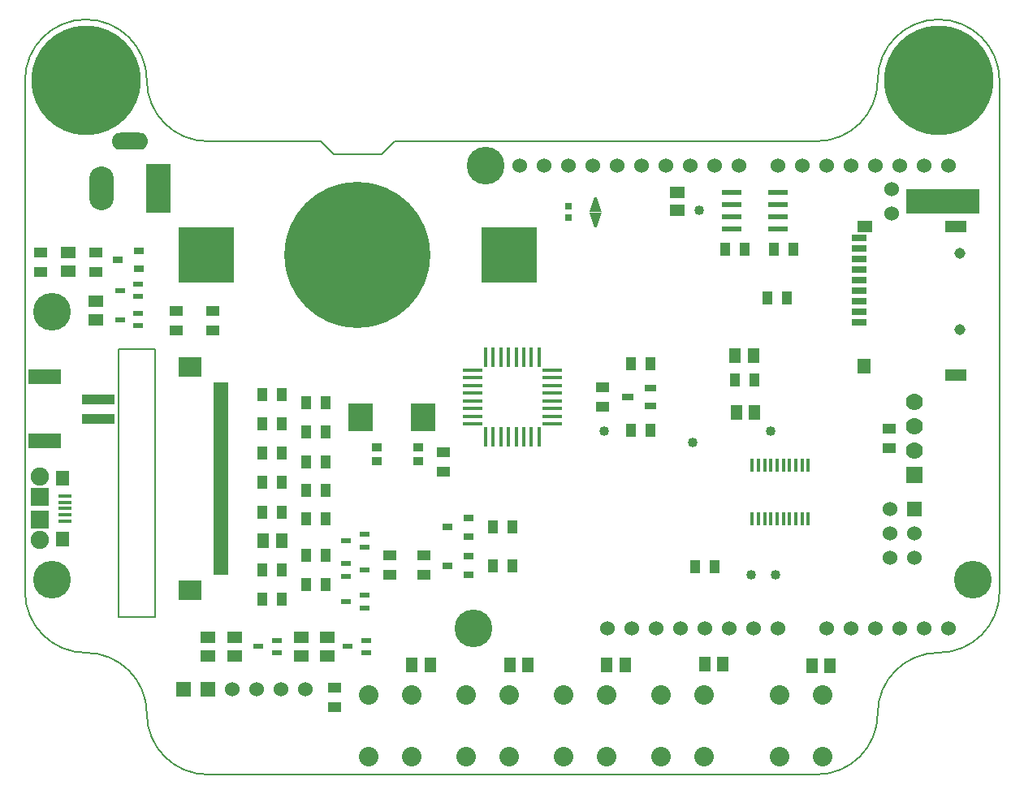
<source format=gbs>
G04 (created by PCBNEW (2013-03-15 BZR 4003)-stable) date 24-May-13 1:25:35 PM*
%MOIN*%
G04 Gerber Fmt 3.4, Leading zero omitted, Abs format*
%FSLAX34Y34*%
G01*
G70*
G90*
G04 APERTURE LIST*
%ADD10C,0.006*%
%ADD11C,0.005*%
%ADD12R,0.0394X0.0236*%
%ADD13R,0.0394X0.0315*%
%ADD14R,0.042X0.056*%
%ADD15R,0.056X0.042*%
%ADD16R,0.059X0.0512*%
%ADD17R,0.0512X0.059*%
%ADD18R,0.0472X0.0315*%
%ADD19C,0.04*%
%ADD20R,0.06X0.06*%
%ADD21C,0.06*%
%ADD22R,0.0787X0.0177*%
%ADD23R,0.0177X0.0787*%
%ADD24C,0.45*%
%ADD25C,0.07*%
%ADD26R,0.07X0.07*%
%ADD27C,0.155*%
%ADD28C,0.08*%
%ADD29R,0.054X0.016*%
%ADD30R,0.056X0.063*%
%ADD31R,0.075X0.075*%
%ADD32C,0.075*%
%ADD33R,0.03X0.03*%
%ADD34R,0.08X0.024*%
%ADD35R,0.0394X0.0354*%
%ADD36R,0.0984252X0.11811*%
%ADD37R,0.3X0.1*%
%ADD38R,0.1337X0.059*%
%ADD39R,0.1377X0.0392*%
%ADD40R,0.0944882X0.0787402*%
%ADD41R,0.0590551X0.019685*%
%ADD42O,0.1X0.18*%
%ADD43R,0.1X0.2*%
%ADD44O,0.15X0.07*%
%ADD45R,0.0165X0.0579*%
%ADD46R,0.0629921X0.0275591*%
%ADD47R,0.0629921X0.0472441*%
%ADD48R,0.0866142X0.0472441*%
%ADD49R,0.0551181X0.0629921*%
%ADD50C,0.045*%
%ADD51R,0.225X0.225*%
%ADD52C,0.6*%
G04 APERTURE END LIST*
G54D10*
G54D11*
X22125Y-19000D02*
X17500Y-19000D01*
X25175Y-19000D02*
X42500Y-19000D01*
X24625Y-19550D02*
X25175Y-19000D01*
X23625Y-19550D02*
X24625Y-19550D01*
X22675Y-19550D02*
X22125Y-19000D01*
X23675Y-19550D02*
X22675Y-19550D01*
X47500Y-40000D02*
G75*
G03X50000Y-37500I0J2500D01*
G74*
G01*
X42500Y-45000D02*
G75*
G03X45000Y-42500I0J2500D01*
G74*
G01*
X47500Y-40000D02*
G75*
G03X45000Y-42500I0J-2500D01*
G74*
G01*
X15000Y-42500D02*
G75*
G03X17500Y-45000I2500J0D01*
G74*
G01*
X10000Y-37500D02*
G75*
G03X12500Y-40000I2500J0D01*
G74*
G01*
X15000Y-42500D02*
G75*
G03X12500Y-40000I-2500J0D01*
G74*
G01*
X42500Y-19000D02*
G75*
G03X45000Y-16500I0J2500D01*
G74*
G01*
X50000Y-16500D02*
G75*
G03X47500Y-14000I-2500J0D01*
G74*
G01*
X47500Y-14000D02*
G75*
G03X45000Y-16500I0J-2500D01*
G74*
G01*
X15000Y-16500D02*
G75*
G03X17500Y-19000I2500J0D01*
G74*
G01*
X15000Y-16500D02*
G75*
G03X12500Y-14000I-2500J0D01*
G74*
G01*
X12500Y-14000D02*
G75*
G03X10000Y-16500I0J-2500D01*
G74*
G01*
X13850Y-38550D02*
X15350Y-38550D01*
X13850Y-27550D02*
X13850Y-38550D01*
X15350Y-27550D02*
X13850Y-27550D01*
X15350Y-38550D02*
X15350Y-27550D01*
X42500Y-45000D02*
X17500Y-45000D01*
X10000Y-37500D02*
X10000Y-16500D01*
X50000Y-16500D02*
X50000Y-37500D01*
G54D12*
X23924Y-38156D03*
X23924Y-37644D03*
X23176Y-37900D03*
X14649Y-26581D03*
X14649Y-26069D03*
X13901Y-26325D03*
X23924Y-35656D03*
X23924Y-35144D03*
X23176Y-35400D03*
X20324Y-40006D03*
X20324Y-39494D03*
X19576Y-39750D03*
X23176Y-36344D03*
X23176Y-36856D03*
X23924Y-36600D03*
X23999Y-40006D03*
X23999Y-39494D03*
X23251Y-39750D03*
X14649Y-25381D03*
X14649Y-24869D03*
X13901Y-25125D03*
G54D13*
X13792Y-23875D03*
X14658Y-24250D03*
X14658Y-23500D03*
G54D14*
X41275Y-25425D03*
X40475Y-25425D03*
X29200Y-34850D03*
X30000Y-34850D03*
X19750Y-34225D03*
X20550Y-34225D03*
X21550Y-30950D03*
X22350Y-30950D03*
X19750Y-33000D03*
X20550Y-33000D03*
X21550Y-32175D03*
X22350Y-32175D03*
G54D15*
X16220Y-26780D03*
X16220Y-25980D03*
G54D14*
X21550Y-29750D03*
X22350Y-29750D03*
X19750Y-30600D03*
X20550Y-30600D03*
G54D15*
X17700Y-26775D03*
X17700Y-25975D03*
G54D14*
X21550Y-33350D03*
X22350Y-33350D03*
X21550Y-37200D03*
X22350Y-37200D03*
X19750Y-31800D03*
X20550Y-31800D03*
X21550Y-36000D03*
X22350Y-36000D03*
X34875Y-28150D03*
X35675Y-28150D03*
X22350Y-34500D03*
X21550Y-34500D03*
X19750Y-36600D03*
X20550Y-36600D03*
X19750Y-37800D03*
X20550Y-37800D03*
X19750Y-29400D03*
X20550Y-29400D03*
G54D15*
X26375Y-36800D03*
X26375Y-36000D03*
G54D16*
X12900Y-26325D03*
X12900Y-25575D03*
X22400Y-39375D03*
X22400Y-40125D03*
X18600Y-40125D03*
X18600Y-39375D03*
G54D17*
X19775Y-35400D03*
X20525Y-35400D03*
G54D16*
X17500Y-39375D03*
X17500Y-40125D03*
X21350Y-39375D03*
X21350Y-40125D03*
G54D17*
X39900Y-27800D03*
X39150Y-27800D03*
G54D16*
X11775Y-24325D03*
X11775Y-23575D03*
G54D15*
X24975Y-36800D03*
X24975Y-36000D03*
G54D14*
X39150Y-28800D03*
X39950Y-28800D03*
X38300Y-36475D03*
X37500Y-36475D03*
G54D15*
X12900Y-23575D03*
X12900Y-24375D03*
G54D14*
X35675Y-30875D03*
X34875Y-30875D03*
G54D15*
X27175Y-31775D03*
X27175Y-32575D03*
X10650Y-23575D03*
X10650Y-24375D03*
X33700Y-29900D03*
X33700Y-29100D03*
G54D18*
X35675Y-29125D03*
X34725Y-29500D03*
X35675Y-29875D03*
G54D17*
X34625Y-40500D03*
X33875Y-40500D03*
X38650Y-40475D03*
X37900Y-40475D03*
X30650Y-40500D03*
X29900Y-40500D03*
X42300Y-40525D03*
X43050Y-40525D03*
G54D19*
X40610Y-30900D03*
X33775Y-30900D03*
G54D20*
X16500Y-41500D03*
X17500Y-41500D03*
G54D21*
X18500Y-41500D03*
X19500Y-41500D03*
X20500Y-41500D03*
X21500Y-41500D03*
G54D15*
X22700Y-41450D03*
X22700Y-42250D03*
G54D22*
X28366Y-28398D03*
X28366Y-28713D03*
X28366Y-29028D03*
X28366Y-29343D03*
X28366Y-29657D03*
X28366Y-29972D03*
X28366Y-30287D03*
X28366Y-30602D03*
X31634Y-30602D03*
X31634Y-28398D03*
X31634Y-28713D03*
X31634Y-29028D03*
X31634Y-29343D03*
X31634Y-29657D03*
X31634Y-29972D03*
X31634Y-30287D03*
G54D23*
X28898Y-31134D03*
X29213Y-31134D03*
X29528Y-31134D03*
X29843Y-31134D03*
X30157Y-31134D03*
X30472Y-31134D03*
X30787Y-31134D03*
X31102Y-31134D03*
X28898Y-27866D03*
X29213Y-27866D03*
X29528Y-27866D03*
X29843Y-27866D03*
X30157Y-27866D03*
X30472Y-27866D03*
X30787Y-27866D03*
X31102Y-27866D03*
G54D24*
X12500Y-16500D03*
G54D25*
X46500Y-29700D03*
X46500Y-30700D03*
X46500Y-31700D03*
G54D26*
X46500Y-32700D03*
G54D19*
X37400Y-31375D03*
X39800Y-36800D03*
X40800Y-36800D03*
G54D24*
X47500Y-16500D03*
G54D21*
X47900Y-39000D03*
X46900Y-39000D03*
X45900Y-39000D03*
X42900Y-39000D03*
X43900Y-39000D03*
X44900Y-39000D03*
X40900Y-39000D03*
X39900Y-39000D03*
X38900Y-39000D03*
X36900Y-39000D03*
X35900Y-39000D03*
X47900Y-20000D03*
X46900Y-20000D03*
X45900Y-20000D03*
X44900Y-20000D03*
X43900Y-20000D03*
X42900Y-20000D03*
X41900Y-20000D03*
X40900Y-20000D03*
X39300Y-20000D03*
X38300Y-20000D03*
X37300Y-20000D03*
X36300Y-20000D03*
X35300Y-20000D03*
X34300Y-20000D03*
X33300Y-20000D03*
X32300Y-20000D03*
X37900Y-39000D03*
G54D27*
X48900Y-37000D03*
X28900Y-20000D03*
X28400Y-39000D03*
G54D21*
X34900Y-39000D03*
X31300Y-20000D03*
X30300Y-20000D03*
X33900Y-39000D03*
G54D13*
X27342Y-36425D03*
X28208Y-36800D03*
X28208Y-36050D03*
G54D16*
X36775Y-21850D03*
X36775Y-21100D03*
G54D14*
X40750Y-23425D03*
X41550Y-23425D03*
G54D28*
X42735Y-44279D03*
X40964Y-41720D03*
X40964Y-44279D03*
X42735Y-41720D03*
X29885Y-44279D03*
X28114Y-41720D03*
X28114Y-44279D03*
X29885Y-41720D03*
X37885Y-44279D03*
X36114Y-41720D03*
X36114Y-44279D03*
X37885Y-41720D03*
X33885Y-44279D03*
X32114Y-41720D03*
X32114Y-44279D03*
X33885Y-41720D03*
G54D21*
X45500Y-36100D03*
X46500Y-36100D03*
X45500Y-35100D03*
X46500Y-35100D03*
X45500Y-34100D03*
G54D20*
X46500Y-34100D03*
G54D28*
X25885Y-44279D03*
X24114Y-41720D03*
X24114Y-44279D03*
X25885Y-41720D03*
G54D17*
X26625Y-40500D03*
X25875Y-40500D03*
G54D14*
X39525Y-23425D03*
X38725Y-23425D03*
G54D15*
X45475Y-30800D03*
X45475Y-31600D03*
G54D29*
X11650Y-34075D03*
X11650Y-33819D03*
X11650Y-33563D03*
X11650Y-34331D03*
X11650Y-34587D03*
G54D30*
X11550Y-35325D03*
X11550Y-32825D03*
G54D31*
X10600Y-34550D03*
X10600Y-33600D03*
G54D32*
X10600Y-35375D03*
X10600Y-32775D03*
G54D13*
X27342Y-34850D03*
X28208Y-35225D03*
X28208Y-34475D03*
G54D14*
X29200Y-36425D03*
X30000Y-36425D03*
G54D33*
X32300Y-21675D03*
X32300Y-22150D03*
G54D34*
X39000Y-21100D03*
X40900Y-21100D03*
X39000Y-21600D03*
X39000Y-22100D03*
X39000Y-22600D03*
X40900Y-21600D03*
X40900Y-22100D03*
X40900Y-22600D03*
G54D35*
X26125Y-32146D03*
X26125Y-31554D03*
X24450Y-32146D03*
X24450Y-31554D03*
G54D36*
X23775Y-30325D03*
X26325Y-30325D03*
G54D21*
X45575Y-20975D03*
X45575Y-21975D03*
G54D37*
X47675Y-21475D03*
G54D38*
X10819Y-31318D03*
G54D39*
X13004Y-30393D03*
X13004Y-29607D03*
G54D38*
X10819Y-28682D03*
G54D19*
X37675Y-21850D03*
G54D27*
X11100Y-26000D03*
X11100Y-37000D03*
G54D10*
G36*
X33475Y-22550D02*
X33375Y-22550D01*
X33175Y-21950D01*
X33675Y-21950D01*
X33475Y-22550D01*
X33475Y-22550D01*
G37*
G36*
X33675Y-21900D02*
X33175Y-21900D01*
X33375Y-21300D01*
X33475Y-21300D01*
X33675Y-21900D01*
X33675Y-21900D01*
G37*
G54D40*
X16768Y-28263D03*
X16768Y-37436D03*
G54D41*
X18050Y-29011D03*
X18050Y-29208D03*
X18050Y-29405D03*
X18050Y-29601D03*
X18050Y-29798D03*
X18050Y-29995D03*
X18050Y-30192D03*
X18050Y-30389D03*
X18050Y-30586D03*
X18050Y-30783D03*
X18050Y-30979D03*
X18050Y-31176D03*
X18050Y-31373D03*
X18050Y-31570D03*
X18050Y-31767D03*
X18050Y-31964D03*
X18050Y-32161D03*
X18050Y-32357D03*
X18050Y-32554D03*
X18050Y-32751D03*
X18050Y-32948D03*
X18050Y-33145D03*
X18050Y-33342D03*
X18050Y-33538D03*
X18050Y-33735D03*
X18050Y-33932D03*
X18050Y-34129D03*
X18050Y-34326D03*
X18050Y-34523D03*
X18050Y-34720D03*
X18050Y-34916D03*
X18050Y-35113D03*
X18050Y-35310D03*
X18050Y-35507D03*
X18050Y-35704D03*
X18050Y-35901D03*
X18050Y-36098D03*
X18050Y-36294D03*
X18050Y-36491D03*
X18050Y-36688D03*
G54D42*
X13125Y-20925D03*
G54D43*
X15487Y-20925D03*
G54D44*
X14306Y-18995D03*
G54D45*
X40872Y-32298D03*
X41128Y-32298D03*
X41384Y-32298D03*
X41640Y-32298D03*
X40104Y-34502D03*
X40104Y-32298D03*
X40360Y-32298D03*
X40616Y-32298D03*
X41896Y-34502D03*
X41640Y-34502D03*
X41384Y-34502D03*
X41128Y-34502D03*
X40872Y-34502D03*
X40616Y-34502D03*
X41896Y-32298D03*
X40360Y-34502D03*
X39848Y-32298D03*
X42152Y-32298D03*
X42152Y-34502D03*
X39848Y-34502D03*
G54D46*
X44230Y-24700D03*
X44230Y-24267D03*
X44230Y-23834D03*
X44230Y-23401D03*
X44230Y-22968D03*
X44230Y-25133D03*
X44230Y-25566D03*
X44230Y-25999D03*
X44230Y-26432D03*
G54D47*
X44466Y-22495D03*
G54D48*
X48206Y-22495D03*
X48206Y-28597D03*
G54D49*
X44426Y-28243D03*
G54D50*
X48363Y-23597D03*
X48363Y-26747D03*
G54D17*
X39200Y-30150D03*
X39950Y-30150D03*
G54D51*
X29875Y-23675D03*
X17425Y-23675D03*
G54D52*
X23650Y-23675D03*
M02*

</source>
